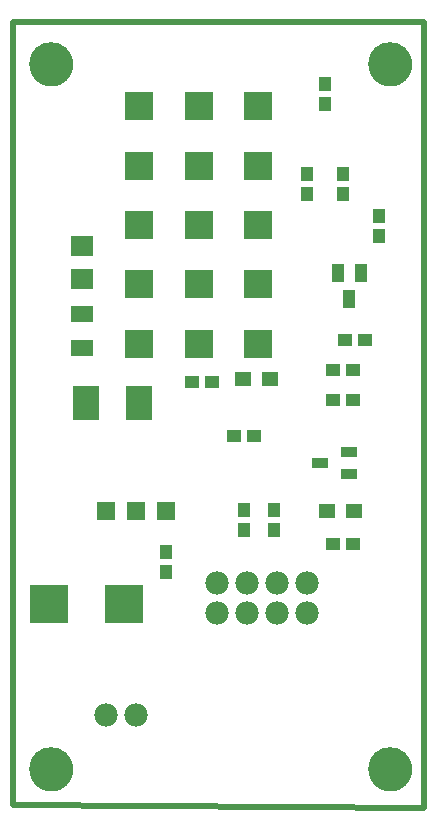
<source format=gts>
G75*
%MOIN*%
%OFA0B0*%
%FSLAX25Y25*%
%IPPOS*%
%LPD*%
%AMOC8*
5,1,8,0,0,1.08239X$1,22.5*
%
%ADD10C,0.02000*%
%ADD11C,0.00000*%
%ADD12C,0.14573*%
%ADD13R,0.09700X0.09700*%
%ADD14R,0.04731X0.04337*%
%ADD15R,0.05321X0.04731*%
%ADD16R,0.08900X0.11199*%
%ADD17R,0.05600X0.03353*%
%ADD18R,0.07487X0.06699*%
%ADD19R,0.07487X0.05676*%
%ADD20C,0.07800*%
%ADD21R,0.04337X0.04731*%
%ADD22R,0.04337X0.05912*%
%ADD23R,0.05943X0.05943*%
%ADD24R,0.12998X0.12998*%
D10*
X0002456Y0003000D02*
X0139456Y0002000D01*
X0139456Y0264000D01*
X0002456Y0264000D01*
X0002456Y0003000D01*
D11*
X0007869Y0015000D02*
X0007871Y0015174D01*
X0007878Y0015348D01*
X0007888Y0015521D01*
X0007903Y0015695D01*
X0007922Y0015868D01*
X0007946Y0016040D01*
X0007973Y0016212D01*
X0008005Y0016383D01*
X0008041Y0016553D01*
X0008081Y0016722D01*
X0008126Y0016890D01*
X0008174Y0017057D01*
X0008227Y0017223D01*
X0008283Y0017388D01*
X0008344Y0017551D01*
X0008408Y0017712D01*
X0008477Y0017872D01*
X0008549Y0018030D01*
X0008626Y0018186D01*
X0008706Y0018341D01*
X0008790Y0018493D01*
X0008877Y0018643D01*
X0008969Y0018792D01*
X0009063Y0018937D01*
X0009162Y0019081D01*
X0009264Y0019222D01*
X0009369Y0019360D01*
X0009478Y0019496D01*
X0009590Y0019629D01*
X0009705Y0019759D01*
X0009823Y0019887D01*
X0009945Y0020011D01*
X0010069Y0020133D01*
X0010197Y0020251D01*
X0010327Y0020366D01*
X0010460Y0020478D01*
X0010596Y0020587D01*
X0010734Y0020692D01*
X0010875Y0020794D01*
X0011019Y0020893D01*
X0011164Y0020987D01*
X0011313Y0021079D01*
X0011463Y0021166D01*
X0011615Y0021250D01*
X0011770Y0021330D01*
X0011926Y0021407D01*
X0012084Y0021479D01*
X0012244Y0021548D01*
X0012405Y0021612D01*
X0012568Y0021673D01*
X0012733Y0021729D01*
X0012899Y0021782D01*
X0013066Y0021830D01*
X0013234Y0021875D01*
X0013403Y0021915D01*
X0013573Y0021951D01*
X0013744Y0021983D01*
X0013916Y0022010D01*
X0014088Y0022034D01*
X0014261Y0022053D01*
X0014435Y0022068D01*
X0014608Y0022078D01*
X0014782Y0022085D01*
X0014956Y0022087D01*
X0015130Y0022085D01*
X0015304Y0022078D01*
X0015477Y0022068D01*
X0015651Y0022053D01*
X0015824Y0022034D01*
X0015996Y0022010D01*
X0016168Y0021983D01*
X0016339Y0021951D01*
X0016509Y0021915D01*
X0016678Y0021875D01*
X0016846Y0021830D01*
X0017013Y0021782D01*
X0017179Y0021729D01*
X0017344Y0021673D01*
X0017507Y0021612D01*
X0017668Y0021548D01*
X0017828Y0021479D01*
X0017986Y0021407D01*
X0018142Y0021330D01*
X0018297Y0021250D01*
X0018449Y0021166D01*
X0018599Y0021079D01*
X0018748Y0020987D01*
X0018893Y0020893D01*
X0019037Y0020794D01*
X0019178Y0020692D01*
X0019316Y0020587D01*
X0019452Y0020478D01*
X0019585Y0020366D01*
X0019715Y0020251D01*
X0019843Y0020133D01*
X0019967Y0020011D01*
X0020089Y0019887D01*
X0020207Y0019759D01*
X0020322Y0019629D01*
X0020434Y0019496D01*
X0020543Y0019360D01*
X0020648Y0019222D01*
X0020750Y0019081D01*
X0020849Y0018937D01*
X0020943Y0018792D01*
X0021035Y0018643D01*
X0021122Y0018493D01*
X0021206Y0018341D01*
X0021286Y0018186D01*
X0021363Y0018030D01*
X0021435Y0017872D01*
X0021504Y0017712D01*
X0021568Y0017551D01*
X0021629Y0017388D01*
X0021685Y0017223D01*
X0021738Y0017057D01*
X0021786Y0016890D01*
X0021831Y0016722D01*
X0021871Y0016553D01*
X0021907Y0016383D01*
X0021939Y0016212D01*
X0021966Y0016040D01*
X0021990Y0015868D01*
X0022009Y0015695D01*
X0022024Y0015521D01*
X0022034Y0015348D01*
X0022041Y0015174D01*
X0022043Y0015000D01*
X0022041Y0014826D01*
X0022034Y0014652D01*
X0022024Y0014479D01*
X0022009Y0014305D01*
X0021990Y0014132D01*
X0021966Y0013960D01*
X0021939Y0013788D01*
X0021907Y0013617D01*
X0021871Y0013447D01*
X0021831Y0013278D01*
X0021786Y0013110D01*
X0021738Y0012943D01*
X0021685Y0012777D01*
X0021629Y0012612D01*
X0021568Y0012449D01*
X0021504Y0012288D01*
X0021435Y0012128D01*
X0021363Y0011970D01*
X0021286Y0011814D01*
X0021206Y0011659D01*
X0021122Y0011507D01*
X0021035Y0011357D01*
X0020943Y0011208D01*
X0020849Y0011063D01*
X0020750Y0010919D01*
X0020648Y0010778D01*
X0020543Y0010640D01*
X0020434Y0010504D01*
X0020322Y0010371D01*
X0020207Y0010241D01*
X0020089Y0010113D01*
X0019967Y0009989D01*
X0019843Y0009867D01*
X0019715Y0009749D01*
X0019585Y0009634D01*
X0019452Y0009522D01*
X0019316Y0009413D01*
X0019178Y0009308D01*
X0019037Y0009206D01*
X0018893Y0009107D01*
X0018748Y0009013D01*
X0018599Y0008921D01*
X0018449Y0008834D01*
X0018297Y0008750D01*
X0018142Y0008670D01*
X0017986Y0008593D01*
X0017828Y0008521D01*
X0017668Y0008452D01*
X0017507Y0008388D01*
X0017344Y0008327D01*
X0017179Y0008271D01*
X0017013Y0008218D01*
X0016846Y0008170D01*
X0016678Y0008125D01*
X0016509Y0008085D01*
X0016339Y0008049D01*
X0016168Y0008017D01*
X0015996Y0007990D01*
X0015824Y0007966D01*
X0015651Y0007947D01*
X0015477Y0007932D01*
X0015304Y0007922D01*
X0015130Y0007915D01*
X0014956Y0007913D01*
X0014782Y0007915D01*
X0014608Y0007922D01*
X0014435Y0007932D01*
X0014261Y0007947D01*
X0014088Y0007966D01*
X0013916Y0007990D01*
X0013744Y0008017D01*
X0013573Y0008049D01*
X0013403Y0008085D01*
X0013234Y0008125D01*
X0013066Y0008170D01*
X0012899Y0008218D01*
X0012733Y0008271D01*
X0012568Y0008327D01*
X0012405Y0008388D01*
X0012244Y0008452D01*
X0012084Y0008521D01*
X0011926Y0008593D01*
X0011770Y0008670D01*
X0011615Y0008750D01*
X0011463Y0008834D01*
X0011313Y0008921D01*
X0011164Y0009013D01*
X0011019Y0009107D01*
X0010875Y0009206D01*
X0010734Y0009308D01*
X0010596Y0009413D01*
X0010460Y0009522D01*
X0010327Y0009634D01*
X0010197Y0009749D01*
X0010069Y0009867D01*
X0009945Y0009989D01*
X0009823Y0010113D01*
X0009705Y0010241D01*
X0009590Y0010371D01*
X0009478Y0010504D01*
X0009369Y0010640D01*
X0009264Y0010778D01*
X0009162Y0010919D01*
X0009063Y0011063D01*
X0008969Y0011208D01*
X0008877Y0011357D01*
X0008790Y0011507D01*
X0008706Y0011659D01*
X0008626Y0011814D01*
X0008549Y0011970D01*
X0008477Y0012128D01*
X0008408Y0012288D01*
X0008344Y0012449D01*
X0008283Y0012612D01*
X0008227Y0012777D01*
X0008174Y0012943D01*
X0008126Y0013110D01*
X0008081Y0013278D01*
X0008041Y0013447D01*
X0008005Y0013617D01*
X0007973Y0013788D01*
X0007946Y0013960D01*
X0007922Y0014132D01*
X0007903Y0014305D01*
X0007888Y0014479D01*
X0007878Y0014652D01*
X0007871Y0014826D01*
X0007869Y0015000D01*
X0120869Y0015000D02*
X0120871Y0015174D01*
X0120878Y0015348D01*
X0120888Y0015521D01*
X0120903Y0015695D01*
X0120922Y0015868D01*
X0120946Y0016040D01*
X0120973Y0016212D01*
X0121005Y0016383D01*
X0121041Y0016553D01*
X0121081Y0016722D01*
X0121126Y0016890D01*
X0121174Y0017057D01*
X0121227Y0017223D01*
X0121283Y0017388D01*
X0121344Y0017551D01*
X0121408Y0017712D01*
X0121477Y0017872D01*
X0121549Y0018030D01*
X0121626Y0018186D01*
X0121706Y0018341D01*
X0121790Y0018493D01*
X0121877Y0018643D01*
X0121969Y0018792D01*
X0122063Y0018937D01*
X0122162Y0019081D01*
X0122264Y0019222D01*
X0122369Y0019360D01*
X0122478Y0019496D01*
X0122590Y0019629D01*
X0122705Y0019759D01*
X0122823Y0019887D01*
X0122945Y0020011D01*
X0123069Y0020133D01*
X0123197Y0020251D01*
X0123327Y0020366D01*
X0123460Y0020478D01*
X0123596Y0020587D01*
X0123734Y0020692D01*
X0123875Y0020794D01*
X0124019Y0020893D01*
X0124164Y0020987D01*
X0124313Y0021079D01*
X0124463Y0021166D01*
X0124615Y0021250D01*
X0124770Y0021330D01*
X0124926Y0021407D01*
X0125084Y0021479D01*
X0125244Y0021548D01*
X0125405Y0021612D01*
X0125568Y0021673D01*
X0125733Y0021729D01*
X0125899Y0021782D01*
X0126066Y0021830D01*
X0126234Y0021875D01*
X0126403Y0021915D01*
X0126573Y0021951D01*
X0126744Y0021983D01*
X0126916Y0022010D01*
X0127088Y0022034D01*
X0127261Y0022053D01*
X0127435Y0022068D01*
X0127608Y0022078D01*
X0127782Y0022085D01*
X0127956Y0022087D01*
X0128130Y0022085D01*
X0128304Y0022078D01*
X0128477Y0022068D01*
X0128651Y0022053D01*
X0128824Y0022034D01*
X0128996Y0022010D01*
X0129168Y0021983D01*
X0129339Y0021951D01*
X0129509Y0021915D01*
X0129678Y0021875D01*
X0129846Y0021830D01*
X0130013Y0021782D01*
X0130179Y0021729D01*
X0130344Y0021673D01*
X0130507Y0021612D01*
X0130668Y0021548D01*
X0130828Y0021479D01*
X0130986Y0021407D01*
X0131142Y0021330D01*
X0131297Y0021250D01*
X0131449Y0021166D01*
X0131599Y0021079D01*
X0131748Y0020987D01*
X0131893Y0020893D01*
X0132037Y0020794D01*
X0132178Y0020692D01*
X0132316Y0020587D01*
X0132452Y0020478D01*
X0132585Y0020366D01*
X0132715Y0020251D01*
X0132843Y0020133D01*
X0132967Y0020011D01*
X0133089Y0019887D01*
X0133207Y0019759D01*
X0133322Y0019629D01*
X0133434Y0019496D01*
X0133543Y0019360D01*
X0133648Y0019222D01*
X0133750Y0019081D01*
X0133849Y0018937D01*
X0133943Y0018792D01*
X0134035Y0018643D01*
X0134122Y0018493D01*
X0134206Y0018341D01*
X0134286Y0018186D01*
X0134363Y0018030D01*
X0134435Y0017872D01*
X0134504Y0017712D01*
X0134568Y0017551D01*
X0134629Y0017388D01*
X0134685Y0017223D01*
X0134738Y0017057D01*
X0134786Y0016890D01*
X0134831Y0016722D01*
X0134871Y0016553D01*
X0134907Y0016383D01*
X0134939Y0016212D01*
X0134966Y0016040D01*
X0134990Y0015868D01*
X0135009Y0015695D01*
X0135024Y0015521D01*
X0135034Y0015348D01*
X0135041Y0015174D01*
X0135043Y0015000D01*
X0135041Y0014826D01*
X0135034Y0014652D01*
X0135024Y0014479D01*
X0135009Y0014305D01*
X0134990Y0014132D01*
X0134966Y0013960D01*
X0134939Y0013788D01*
X0134907Y0013617D01*
X0134871Y0013447D01*
X0134831Y0013278D01*
X0134786Y0013110D01*
X0134738Y0012943D01*
X0134685Y0012777D01*
X0134629Y0012612D01*
X0134568Y0012449D01*
X0134504Y0012288D01*
X0134435Y0012128D01*
X0134363Y0011970D01*
X0134286Y0011814D01*
X0134206Y0011659D01*
X0134122Y0011507D01*
X0134035Y0011357D01*
X0133943Y0011208D01*
X0133849Y0011063D01*
X0133750Y0010919D01*
X0133648Y0010778D01*
X0133543Y0010640D01*
X0133434Y0010504D01*
X0133322Y0010371D01*
X0133207Y0010241D01*
X0133089Y0010113D01*
X0132967Y0009989D01*
X0132843Y0009867D01*
X0132715Y0009749D01*
X0132585Y0009634D01*
X0132452Y0009522D01*
X0132316Y0009413D01*
X0132178Y0009308D01*
X0132037Y0009206D01*
X0131893Y0009107D01*
X0131748Y0009013D01*
X0131599Y0008921D01*
X0131449Y0008834D01*
X0131297Y0008750D01*
X0131142Y0008670D01*
X0130986Y0008593D01*
X0130828Y0008521D01*
X0130668Y0008452D01*
X0130507Y0008388D01*
X0130344Y0008327D01*
X0130179Y0008271D01*
X0130013Y0008218D01*
X0129846Y0008170D01*
X0129678Y0008125D01*
X0129509Y0008085D01*
X0129339Y0008049D01*
X0129168Y0008017D01*
X0128996Y0007990D01*
X0128824Y0007966D01*
X0128651Y0007947D01*
X0128477Y0007932D01*
X0128304Y0007922D01*
X0128130Y0007915D01*
X0127956Y0007913D01*
X0127782Y0007915D01*
X0127608Y0007922D01*
X0127435Y0007932D01*
X0127261Y0007947D01*
X0127088Y0007966D01*
X0126916Y0007990D01*
X0126744Y0008017D01*
X0126573Y0008049D01*
X0126403Y0008085D01*
X0126234Y0008125D01*
X0126066Y0008170D01*
X0125899Y0008218D01*
X0125733Y0008271D01*
X0125568Y0008327D01*
X0125405Y0008388D01*
X0125244Y0008452D01*
X0125084Y0008521D01*
X0124926Y0008593D01*
X0124770Y0008670D01*
X0124615Y0008750D01*
X0124463Y0008834D01*
X0124313Y0008921D01*
X0124164Y0009013D01*
X0124019Y0009107D01*
X0123875Y0009206D01*
X0123734Y0009308D01*
X0123596Y0009413D01*
X0123460Y0009522D01*
X0123327Y0009634D01*
X0123197Y0009749D01*
X0123069Y0009867D01*
X0122945Y0009989D01*
X0122823Y0010113D01*
X0122705Y0010241D01*
X0122590Y0010371D01*
X0122478Y0010504D01*
X0122369Y0010640D01*
X0122264Y0010778D01*
X0122162Y0010919D01*
X0122063Y0011063D01*
X0121969Y0011208D01*
X0121877Y0011357D01*
X0121790Y0011507D01*
X0121706Y0011659D01*
X0121626Y0011814D01*
X0121549Y0011970D01*
X0121477Y0012128D01*
X0121408Y0012288D01*
X0121344Y0012449D01*
X0121283Y0012612D01*
X0121227Y0012777D01*
X0121174Y0012943D01*
X0121126Y0013110D01*
X0121081Y0013278D01*
X0121041Y0013447D01*
X0121005Y0013617D01*
X0120973Y0013788D01*
X0120946Y0013960D01*
X0120922Y0014132D01*
X0120903Y0014305D01*
X0120888Y0014479D01*
X0120878Y0014652D01*
X0120871Y0014826D01*
X0120869Y0015000D01*
X0120869Y0250000D02*
X0120871Y0250174D01*
X0120878Y0250348D01*
X0120888Y0250521D01*
X0120903Y0250695D01*
X0120922Y0250868D01*
X0120946Y0251040D01*
X0120973Y0251212D01*
X0121005Y0251383D01*
X0121041Y0251553D01*
X0121081Y0251722D01*
X0121126Y0251890D01*
X0121174Y0252057D01*
X0121227Y0252223D01*
X0121283Y0252388D01*
X0121344Y0252551D01*
X0121408Y0252712D01*
X0121477Y0252872D01*
X0121549Y0253030D01*
X0121626Y0253186D01*
X0121706Y0253341D01*
X0121790Y0253493D01*
X0121877Y0253643D01*
X0121969Y0253792D01*
X0122063Y0253937D01*
X0122162Y0254081D01*
X0122264Y0254222D01*
X0122369Y0254360D01*
X0122478Y0254496D01*
X0122590Y0254629D01*
X0122705Y0254759D01*
X0122823Y0254887D01*
X0122945Y0255011D01*
X0123069Y0255133D01*
X0123197Y0255251D01*
X0123327Y0255366D01*
X0123460Y0255478D01*
X0123596Y0255587D01*
X0123734Y0255692D01*
X0123875Y0255794D01*
X0124019Y0255893D01*
X0124164Y0255987D01*
X0124313Y0256079D01*
X0124463Y0256166D01*
X0124615Y0256250D01*
X0124770Y0256330D01*
X0124926Y0256407D01*
X0125084Y0256479D01*
X0125244Y0256548D01*
X0125405Y0256612D01*
X0125568Y0256673D01*
X0125733Y0256729D01*
X0125899Y0256782D01*
X0126066Y0256830D01*
X0126234Y0256875D01*
X0126403Y0256915D01*
X0126573Y0256951D01*
X0126744Y0256983D01*
X0126916Y0257010D01*
X0127088Y0257034D01*
X0127261Y0257053D01*
X0127435Y0257068D01*
X0127608Y0257078D01*
X0127782Y0257085D01*
X0127956Y0257087D01*
X0128130Y0257085D01*
X0128304Y0257078D01*
X0128477Y0257068D01*
X0128651Y0257053D01*
X0128824Y0257034D01*
X0128996Y0257010D01*
X0129168Y0256983D01*
X0129339Y0256951D01*
X0129509Y0256915D01*
X0129678Y0256875D01*
X0129846Y0256830D01*
X0130013Y0256782D01*
X0130179Y0256729D01*
X0130344Y0256673D01*
X0130507Y0256612D01*
X0130668Y0256548D01*
X0130828Y0256479D01*
X0130986Y0256407D01*
X0131142Y0256330D01*
X0131297Y0256250D01*
X0131449Y0256166D01*
X0131599Y0256079D01*
X0131748Y0255987D01*
X0131893Y0255893D01*
X0132037Y0255794D01*
X0132178Y0255692D01*
X0132316Y0255587D01*
X0132452Y0255478D01*
X0132585Y0255366D01*
X0132715Y0255251D01*
X0132843Y0255133D01*
X0132967Y0255011D01*
X0133089Y0254887D01*
X0133207Y0254759D01*
X0133322Y0254629D01*
X0133434Y0254496D01*
X0133543Y0254360D01*
X0133648Y0254222D01*
X0133750Y0254081D01*
X0133849Y0253937D01*
X0133943Y0253792D01*
X0134035Y0253643D01*
X0134122Y0253493D01*
X0134206Y0253341D01*
X0134286Y0253186D01*
X0134363Y0253030D01*
X0134435Y0252872D01*
X0134504Y0252712D01*
X0134568Y0252551D01*
X0134629Y0252388D01*
X0134685Y0252223D01*
X0134738Y0252057D01*
X0134786Y0251890D01*
X0134831Y0251722D01*
X0134871Y0251553D01*
X0134907Y0251383D01*
X0134939Y0251212D01*
X0134966Y0251040D01*
X0134990Y0250868D01*
X0135009Y0250695D01*
X0135024Y0250521D01*
X0135034Y0250348D01*
X0135041Y0250174D01*
X0135043Y0250000D01*
X0135041Y0249826D01*
X0135034Y0249652D01*
X0135024Y0249479D01*
X0135009Y0249305D01*
X0134990Y0249132D01*
X0134966Y0248960D01*
X0134939Y0248788D01*
X0134907Y0248617D01*
X0134871Y0248447D01*
X0134831Y0248278D01*
X0134786Y0248110D01*
X0134738Y0247943D01*
X0134685Y0247777D01*
X0134629Y0247612D01*
X0134568Y0247449D01*
X0134504Y0247288D01*
X0134435Y0247128D01*
X0134363Y0246970D01*
X0134286Y0246814D01*
X0134206Y0246659D01*
X0134122Y0246507D01*
X0134035Y0246357D01*
X0133943Y0246208D01*
X0133849Y0246063D01*
X0133750Y0245919D01*
X0133648Y0245778D01*
X0133543Y0245640D01*
X0133434Y0245504D01*
X0133322Y0245371D01*
X0133207Y0245241D01*
X0133089Y0245113D01*
X0132967Y0244989D01*
X0132843Y0244867D01*
X0132715Y0244749D01*
X0132585Y0244634D01*
X0132452Y0244522D01*
X0132316Y0244413D01*
X0132178Y0244308D01*
X0132037Y0244206D01*
X0131893Y0244107D01*
X0131748Y0244013D01*
X0131599Y0243921D01*
X0131449Y0243834D01*
X0131297Y0243750D01*
X0131142Y0243670D01*
X0130986Y0243593D01*
X0130828Y0243521D01*
X0130668Y0243452D01*
X0130507Y0243388D01*
X0130344Y0243327D01*
X0130179Y0243271D01*
X0130013Y0243218D01*
X0129846Y0243170D01*
X0129678Y0243125D01*
X0129509Y0243085D01*
X0129339Y0243049D01*
X0129168Y0243017D01*
X0128996Y0242990D01*
X0128824Y0242966D01*
X0128651Y0242947D01*
X0128477Y0242932D01*
X0128304Y0242922D01*
X0128130Y0242915D01*
X0127956Y0242913D01*
X0127782Y0242915D01*
X0127608Y0242922D01*
X0127435Y0242932D01*
X0127261Y0242947D01*
X0127088Y0242966D01*
X0126916Y0242990D01*
X0126744Y0243017D01*
X0126573Y0243049D01*
X0126403Y0243085D01*
X0126234Y0243125D01*
X0126066Y0243170D01*
X0125899Y0243218D01*
X0125733Y0243271D01*
X0125568Y0243327D01*
X0125405Y0243388D01*
X0125244Y0243452D01*
X0125084Y0243521D01*
X0124926Y0243593D01*
X0124770Y0243670D01*
X0124615Y0243750D01*
X0124463Y0243834D01*
X0124313Y0243921D01*
X0124164Y0244013D01*
X0124019Y0244107D01*
X0123875Y0244206D01*
X0123734Y0244308D01*
X0123596Y0244413D01*
X0123460Y0244522D01*
X0123327Y0244634D01*
X0123197Y0244749D01*
X0123069Y0244867D01*
X0122945Y0244989D01*
X0122823Y0245113D01*
X0122705Y0245241D01*
X0122590Y0245371D01*
X0122478Y0245504D01*
X0122369Y0245640D01*
X0122264Y0245778D01*
X0122162Y0245919D01*
X0122063Y0246063D01*
X0121969Y0246208D01*
X0121877Y0246357D01*
X0121790Y0246507D01*
X0121706Y0246659D01*
X0121626Y0246814D01*
X0121549Y0246970D01*
X0121477Y0247128D01*
X0121408Y0247288D01*
X0121344Y0247449D01*
X0121283Y0247612D01*
X0121227Y0247777D01*
X0121174Y0247943D01*
X0121126Y0248110D01*
X0121081Y0248278D01*
X0121041Y0248447D01*
X0121005Y0248617D01*
X0120973Y0248788D01*
X0120946Y0248960D01*
X0120922Y0249132D01*
X0120903Y0249305D01*
X0120888Y0249479D01*
X0120878Y0249652D01*
X0120871Y0249826D01*
X0120869Y0250000D01*
X0007869Y0250000D02*
X0007871Y0250174D01*
X0007878Y0250348D01*
X0007888Y0250521D01*
X0007903Y0250695D01*
X0007922Y0250868D01*
X0007946Y0251040D01*
X0007973Y0251212D01*
X0008005Y0251383D01*
X0008041Y0251553D01*
X0008081Y0251722D01*
X0008126Y0251890D01*
X0008174Y0252057D01*
X0008227Y0252223D01*
X0008283Y0252388D01*
X0008344Y0252551D01*
X0008408Y0252712D01*
X0008477Y0252872D01*
X0008549Y0253030D01*
X0008626Y0253186D01*
X0008706Y0253341D01*
X0008790Y0253493D01*
X0008877Y0253643D01*
X0008969Y0253792D01*
X0009063Y0253937D01*
X0009162Y0254081D01*
X0009264Y0254222D01*
X0009369Y0254360D01*
X0009478Y0254496D01*
X0009590Y0254629D01*
X0009705Y0254759D01*
X0009823Y0254887D01*
X0009945Y0255011D01*
X0010069Y0255133D01*
X0010197Y0255251D01*
X0010327Y0255366D01*
X0010460Y0255478D01*
X0010596Y0255587D01*
X0010734Y0255692D01*
X0010875Y0255794D01*
X0011019Y0255893D01*
X0011164Y0255987D01*
X0011313Y0256079D01*
X0011463Y0256166D01*
X0011615Y0256250D01*
X0011770Y0256330D01*
X0011926Y0256407D01*
X0012084Y0256479D01*
X0012244Y0256548D01*
X0012405Y0256612D01*
X0012568Y0256673D01*
X0012733Y0256729D01*
X0012899Y0256782D01*
X0013066Y0256830D01*
X0013234Y0256875D01*
X0013403Y0256915D01*
X0013573Y0256951D01*
X0013744Y0256983D01*
X0013916Y0257010D01*
X0014088Y0257034D01*
X0014261Y0257053D01*
X0014435Y0257068D01*
X0014608Y0257078D01*
X0014782Y0257085D01*
X0014956Y0257087D01*
X0015130Y0257085D01*
X0015304Y0257078D01*
X0015477Y0257068D01*
X0015651Y0257053D01*
X0015824Y0257034D01*
X0015996Y0257010D01*
X0016168Y0256983D01*
X0016339Y0256951D01*
X0016509Y0256915D01*
X0016678Y0256875D01*
X0016846Y0256830D01*
X0017013Y0256782D01*
X0017179Y0256729D01*
X0017344Y0256673D01*
X0017507Y0256612D01*
X0017668Y0256548D01*
X0017828Y0256479D01*
X0017986Y0256407D01*
X0018142Y0256330D01*
X0018297Y0256250D01*
X0018449Y0256166D01*
X0018599Y0256079D01*
X0018748Y0255987D01*
X0018893Y0255893D01*
X0019037Y0255794D01*
X0019178Y0255692D01*
X0019316Y0255587D01*
X0019452Y0255478D01*
X0019585Y0255366D01*
X0019715Y0255251D01*
X0019843Y0255133D01*
X0019967Y0255011D01*
X0020089Y0254887D01*
X0020207Y0254759D01*
X0020322Y0254629D01*
X0020434Y0254496D01*
X0020543Y0254360D01*
X0020648Y0254222D01*
X0020750Y0254081D01*
X0020849Y0253937D01*
X0020943Y0253792D01*
X0021035Y0253643D01*
X0021122Y0253493D01*
X0021206Y0253341D01*
X0021286Y0253186D01*
X0021363Y0253030D01*
X0021435Y0252872D01*
X0021504Y0252712D01*
X0021568Y0252551D01*
X0021629Y0252388D01*
X0021685Y0252223D01*
X0021738Y0252057D01*
X0021786Y0251890D01*
X0021831Y0251722D01*
X0021871Y0251553D01*
X0021907Y0251383D01*
X0021939Y0251212D01*
X0021966Y0251040D01*
X0021990Y0250868D01*
X0022009Y0250695D01*
X0022024Y0250521D01*
X0022034Y0250348D01*
X0022041Y0250174D01*
X0022043Y0250000D01*
X0022041Y0249826D01*
X0022034Y0249652D01*
X0022024Y0249479D01*
X0022009Y0249305D01*
X0021990Y0249132D01*
X0021966Y0248960D01*
X0021939Y0248788D01*
X0021907Y0248617D01*
X0021871Y0248447D01*
X0021831Y0248278D01*
X0021786Y0248110D01*
X0021738Y0247943D01*
X0021685Y0247777D01*
X0021629Y0247612D01*
X0021568Y0247449D01*
X0021504Y0247288D01*
X0021435Y0247128D01*
X0021363Y0246970D01*
X0021286Y0246814D01*
X0021206Y0246659D01*
X0021122Y0246507D01*
X0021035Y0246357D01*
X0020943Y0246208D01*
X0020849Y0246063D01*
X0020750Y0245919D01*
X0020648Y0245778D01*
X0020543Y0245640D01*
X0020434Y0245504D01*
X0020322Y0245371D01*
X0020207Y0245241D01*
X0020089Y0245113D01*
X0019967Y0244989D01*
X0019843Y0244867D01*
X0019715Y0244749D01*
X0019585Y0244634D01*
X0019452Y0244522D01*
X0019316Y0244413D01*
X0019178Y0244308D01*
X0019037Y0244206D01*
X0018893Y0244107D01*
X0018748Y0244013D01*
X0018599Y0243921D01*
X0018449Y0243834D01*
X0018297Y0243750D01*
X0018142Y0243670D01*
X0017986Y0243593D01*
X0017828Y0243521D01*
X0017668Y0243452D01*
X0017507Y0243388D01*
X0017344Y0243327D01*
X0017179Y0243271D01*
X0017013Y0243218D01*
X0016846Y0243170D01*
X0016678Y0243125D01*
X0016509Y0243085D01*
X0016339Y0243049D01*
X0016168Y0243017D01*
X0015996Y0242990D01*
X0015824Y0242966D01*
X0015651Y0242947D01*
X0015477Y0242932D01*
X0015304Y0242922D01*
X0015130Y0242915D01*
X0014956Y0242913D01*
X0014782Y0242915D01*
X0014608Y0242922D01*
X0014435Y0242932D01*
X0014261Y0242947D01*
X0014088Y0242966D01*
X0013916Y0242990D01*
X0013744Y0243017D01*
X0013573Y0243049D01*
X0013403Y0243085D01*
X0013234Y0243125D01*
X0013066Y0243170D01*
X0012899Y0243218D01*
X0012733Y0243271D01*
X0012568Y0243327D01*
X0012405Y0243388D01*
X0012244Y0243452D01*
X0012084Y0243521D01*
X0011926Y0243593D01*
X0011770Y0243670D01*
X0011615Y0243750D01*
X0011463Y0243834D01*
X0011313Y0243921D01*
X0011164Y0244013D01*
X0011019Y0244107D01*
X0010875Y0244206D01*
X0010734Y0244308D01*
X0010596Y0244413D01*
X0010460Y0244522D01*
X0010327Y0244634D01*
X0010197Y0244749D01*
X0010069Y0244867D01*
X0009945Y0244989D01*
X0009823Y0245113D01*
X0009705Y0245241D01*
X0009590Y0245371D01*
X0009478Y0245504D01*
X0009369Y0245640D01*
X0009264Y0245778D01*
X0009162Y0245919D01*
X0009063Y0246063D01*
X0008969Y0246208D01*
X0008877Y0246357D01*
X0008790Y0246507D01*
X0008706Y0246659D01*
X0008626Y0246814D01*
X0008549Y0246970D01*
X0008477Y0247128D01*
X0008408Y0247288D01*
X0008344Y0247449D01*
X0008283Y0247612D01*
X0008227Y0247777D01*
X0008174Y0247943D01*
X0008126Y0248110D01*
X0008081Y0248278D01*
X0008041Y0248447D01*
X0008005Y0248617D01*
X0007973Y0248788D01*
X0007946Y0248960D01*
X0007922Y0249132D01*
X0007903Y0249305D01*
X0007888Y0249479D01*
X0007878Y0249652D01*
X0007871Y0249826D01*
X0007869Y0250000D01*
D12*
X0014956Y0250000D03*
X0127956Y0250000D03*
X0127956Y0015000D03*
X0014956Y0015000D03*
D13*
X0044456Y0156800D03*
X0044456Y0176600D03*
X0044456Y0196400D03*
X0044456Y0216200D03*
X0044456Y0236000D03*
X0064256Y0236000D03*
X0064256Y0216200D03*
X0064256Y0196400D03*
X0064256Y0176600D03*
X0064256Y0156800D03*
X0084056Y0156800D03*
X0084056Y0176600D03*
X0084056Y0196400D03*
X0084056Y0216200D03*
X0084056Y0236000D03*
D14*
X0113110Y0158000D03*
X0115802Y0148000D03*
X0109110Y0148000D03*
X0109110Y0138000D03*
X0115802Y0138000D03*
X0119802Y0158000D03*
X0082802Y0126000D03*
X0076110Y0126000D03*
X0068802Y0144000D03*
X0062110Y0144000D03*
X0109110Y0090000D03*
X0115802Y0090000D03*
D15*
X0116082Y0101000D03*
X0106830Y0101000D03*
X0088082Y0145000D03*
X0078830Y0145000D03*
D16*
X0044161Y0137000D03*
X0026751Y0137000D03*
D17*
X0104756Y0117000D03*
X0114156Y0113300D03*
X0114156Y0120700D03*
D18*
X0025456Y0178488D03*
X0025456Y0189512D03*
D19*
X0025456Y0166630D03*
X0025456Y0155370D03*
D20*
X0070456Y0077000D03*
X0070456Y0067000D03*
X0080456Y0067000D03*
X0080456Y0077000D03*
X0090456Y0077000D03*
X0090456Y0067000D03*
X0100456Y0067000D03*
X0100456Y0077000D03*
X0043456Y0033000D03*
X0033456Y0033000D03*
D21*
X0053456Y0080654D03*
X0053456Y0087346D03*
X0079456Y0094654D03*
X0079456Y0101346D03*
X0089456Y0101346D03*
X0089456Y0094654D03*
X0124456Y0192654D03*
X0124456Y0199346D03*
X0112456Y0206654D03*
X0112456Y0213346D03*
X0100456Y0213346D03*
X0100456Y0206654D03*
X0106456Y0236654D03*
X0106456Y0243346D03*
D22*
X0110716Y0180331D03*
X0114456Y0171669D03*
X0118196Y0180331D03*
D23*
X0053456Y0101000D03*
X0043456Y0101000D03*
X0033456Y0101000D03*
D24*
X0039456Y0070000D03*
X0014259Y0070000D03*
M02*

</source>
